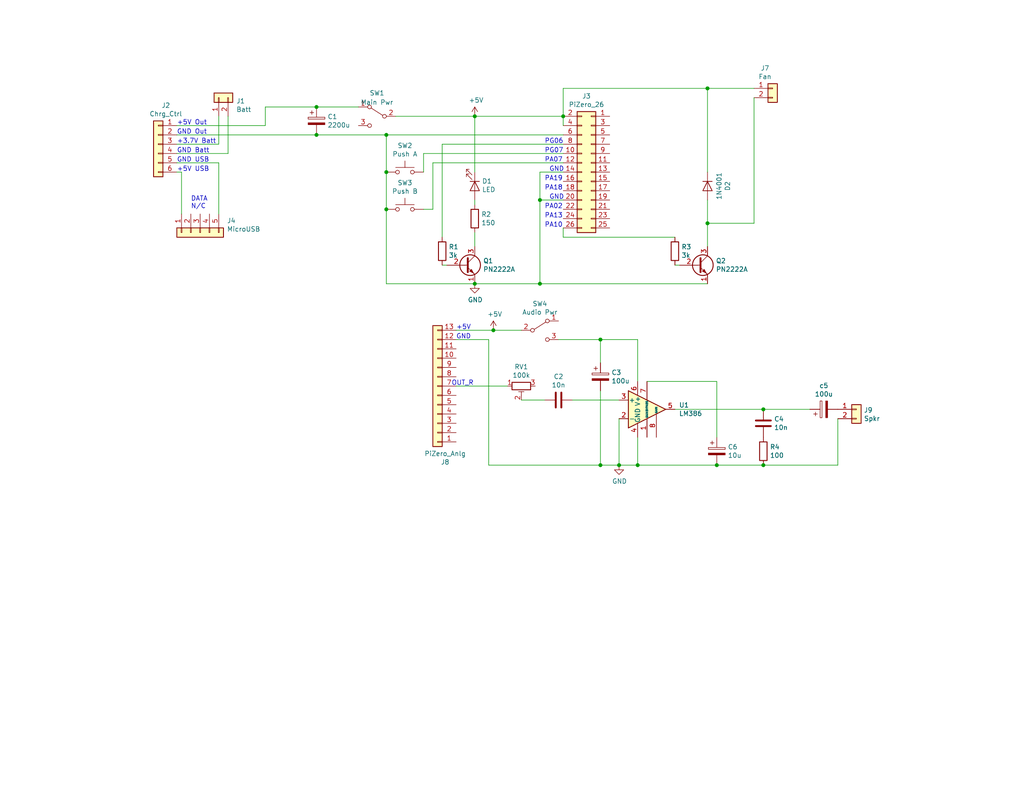
<source format=kicad_sch>
(kicad_sch (version 20211123) (generator eeschema)
  (paper "USLetter")
  (title_block (title "Wifi-Controlled Fan Daughterboard for OrangePi Zero") (date "2022-11-05") (rev "2") (company "Astoria High School Riverbots"))
  (lib_symbols
    (symbol "wifi-fan-rescue:+5V-power" (power) (pin_names (offset 0))
      (property "Value" "+5V-power" (at 0 3.556 0))
      (symbol "+5V-power_0_1"
        (polyline (pts (xy -0.762 1.27) (xy 0 2.54)))
        (polyline (pts (xy 0 0) (xy 0 2.54)))
        (polyline (pts (xy 0 2.54) (xy 0.762 1.27)))
      )
      (symbol "+5V-power_1_1"
        (pin power_in line (at 0 0 90) (length 0) hide (name "+5V") (number "1"))
      )
    )
    (symbol "wifi-fan-rescue:1N4001-Diode" (pin_numbers hide) (pin_names (offset 1.016) hide)
      (property "Reference" "D" (at 0 2.54 0))
      (property "Value" "1N4001-Diode" (at 0 -2.54 0))
      (symbol "1N4001-Diode_0_1"
        (polyline (pts (xy -1.27 1.27) (xy -1.27 -1.27)) (stroke (width 0.2032)))
        (polyline (pts (xy 1.27 0) (xy -1.27 0)))
        (polyline (pts (xy 1.27 1.27) (xy 1.27 -1.27) (xy -1.27 0) (xy 1.27 1.27)) (stroke (width 0.2032)))
      )
      (symbol "1N4001-Diode_1_1"
        (pin passive line (at -3.81 0 0) (length 2.54) (name "K") (number "1"))
        (pin passive line (at 3.81 0 180) (length 2.54) (name "A") (number "2"))
      )
    )
    (symbol "wifi-fan-rescue:C-Device" (pin_numbers hide) (pin_names (offset 0.254))
      (property "Reference" "C" (at 0.635 2.54 0))
      (property "Value" "C-Device" (at 0.635 -2.54 0))
      (symbol "C-Device_0_1"
        (polyline (pts (xy -2.032 -0.762) (xy 2.032 -0.762)) (stroke (width 0.508)))
        (polyline (pts (xy -2.032 0.762) (xy 2.032 0.762)) (stroke (width 0.508)))
      )
      (symbol "C-Device_1_1"
        (pin passive line (at 0 3.81 270) (length 2.794) (name "~") (number "1"))
        (pin passive line (at 0 -3.81 90) (length 2.794) (name "~") (number "2"))
      )
    )
    (symbol "wifi-fan-rescue:CP-Device" (pin_numbers hide) (pin_names (offset 0.254))
      (property "Reference" "C" (at 0.635 2.54 0))
      (property "Value" "CP-Device" (at 0.635 -2.54 0))
      (symbol "CP-Device_0_1"
        (rectangle (start -2.286 0.508) (end 2.286 1.016))
        (polyline (pts (xy -1.778 2.286) (xy -0.762 2.286)))
        (polyline (pts (xy -1.27 2.794) (xy -1.27 1.778)))
        (rectangle (start 2.286 -0.508) (end -2.286 -1.016) (fill (type outline)))
      )
      (symbol "CP-Device_1_1"
        (pin passive line (at 0 3.81 270) (length 2.794) (name "~") (number "1"))
        (pin passive line (at 0 -3.81 90) (length 2.794) (name "~") (number "2"))
      )
    )
    (symbol "wifi-fan-rescue:Conn_01x02-Connector_Generic" (pin_names (offset 1.016) hide)
      (property "Reference" "J" (at 0 2.54 0))
      (property "Value" "Conn_01x02-Connector_Generic" (at 0 -5.08 0))
      (symbol "Conn_01x02-Connector_Generic_1_1"
        (rectangle (start -1.27 -2.413) (end 0 -2.667) (stroke (width 0.1524)))
        (rectangle (start -1.27 0.127) (end 0 -0.127) (stroke (width 0.1524)))
        (rectangle (start -1.27 1.27) (end 1.27 -3.81) (stroke (width 0.254)) (fill (type background)))
        (pin passive line (at -5.08 0 0) (length 3.81) (name "Pin_1") (number "1"))
        (pin passive line (at -5.08 -2.54 0) (length 3.81) (name "Pin_2") (number "2"))
      )
    )
    (symbol "wifi-fan-rescue:Conn_01x05-Connector_Generic" (pin_names (offset 1.016) hide)
      (property "Reference" "J" (at 0 7.62 0))
      (property "Value" "Conn_01x05-Connector_Generic" (at 0 -7.62 0))
      (symbol "Conn_01x05-Connector_Generic_1_1"
        (rectangle (start -1.27 -4.953) (end 0 -5.207) (stroke (width 0.1524)))
        (rectangle (start -1.27 -2.413) (end 0 -2.667) (stroke (width 0.1524)))
        (rectangle (start -1.27 0.127) (end 0 -0.127) (stroke (width 0.1524)))
        (rectangle (start -1.27 2.667) (end 0 2.413) (stroke (width 0.1524)))
        (rectangle (start -1.27 5.207) (end 0 4.953) (stroke (width 0.1524)))
        (rectangle (start -1.27 6.35) (end 1.27 -6.35) (stroke (width 0.254)) (fill (type background)))
        (pin passive line (at -5.08 5.08 0) (length 3.81) (name "Pin_1") (number "1"))
        (pin passive line (at -5.08 2.54 0) (length 3.81) (name "Pin_2") (number "2"))
        (pin passive line (at -5.08 0 0) (length 3.81) (name "Pin_3") (number "3"))
        (pin passive line (at -5.08 -2.54 0) (length 3.81) (name "Pin_4") (number "4"))
        (pin passive line (at -5.08 -5.08 0) (length 3.81) (name "Pin_5") (number "5"))
      )
    )
    (symbol "wifi-fan-rescue:Conn_01x06-Connector_Generic" (pin_names (offset 1.016) hide)
      (property "Reference" "J" (at 0 7.62 0))
      (property "Value" "Conn_01x06-Connector_Generic" (at 0 -10.16 0))
      (symbol "Conn_01x06-Connector_Generic_1_1"
        (rectangle (start -1.27 -7.493) (end 0 -7.747) (stroke (width 0.1524)))
        (rectangle (start -1.27 -4.953) (end 0 -5.207) (stroke (width 0.1524)))
        (rectangle (start -1.27 -2.413) (end 0 -2.667) (stroke (width 0.1524)))
        (rectangle (start -1.27 0.127) (end 0 -0.127) (stroke (width 0.1524)))
        (rectangle (start -1.27 2.667) (end 0 2.413) (stroke (width 0.1524)))
        (rectangle (start -1.27 5.207) (end 0 4.953) (stroke (width 0.1524)))
        (rectangle (start -1.27 6.35) (end 1.27 -8.89) (stroke (width 0.254)) (fill (type background)))
        (pin passive line (at -5.08 5.08 0) (length 3.81) (name "Pin_1") (number "1"))
        (pin passive line (at -5.08 2.54 0) (length 3.81) (name "Pin_2") (number "2"))
        (pin passive line (at -5.08 0 0) (length 3.81) (name "Pin_3") (number "3"))
        (pin passive line (at -5.08 -2.54 0) (length 3.81) (name "Pin_4") (number "4"))
        (pin passive line (at -5.08 -5.08 0) (length 3.81) (name "Pin_5") (number "5"))
        (pin passive line (at -5.08 -7.62 0) (length 3.81) (name "Pin_6") (number "6"))
      )
    )
    (symbol "wifi-fan-rescue:Conn_01x13-Connector_Generic" (pin_names (offset 1.016) hide)
      (property "Reference" "J" (at 0 17.78 0))
      (property "Value" "Conn_01x13-Connector_Generic" (at 0 -17.78 0))
      (symbol "Conn_01x13-Connector_Generic_1_1"
        (rectangle (start -1.27 -15.113) (end 0 -15.367) (stroke (width 0.1524)))
        (rectangle (start -1.27 -12.573) (end 0 -12.827) (stroke (width 0.1524)))
        (rectangle (start -1.27 -10.033) (end 0 -10.287) (stroke (width 0.1524)))
        (rectangle (start -1.27 -7.493) (end 0 -7.747) (stroke (width 0.1524)))
        (rectangle (start -1.27 -4.953) (end 0 -5.207) (stroke (width 0.1524)))
        (rectangle (start -1.27 -2.413) (end 0 -2.667) (stroke (width 0.1524)))
        (rectangle (start -1.27 0.127) (end 0 -0.127) (stroke (width 0.1524)))
        (rectangle (start -1.27 2.667) (end 0 2.413) (stroke (width 0.1524)))
        (rectangle (start -1.27 5.207) (end 0 4.953) (stroke (width 0.1524)))
        (rectangle (start -1.27 7.747) (end 0 7.493) (stroke (width 0.1524)))
        (rectangle (start -1.27 10.287) (end 0 10.033) (stroke (width 0.1524)))
        (rectangle (start -1.27 12.827) (end 0 12.573) (stroke (width 0.1524)))
        (rectangle (start -1.27 15.367) (end 0 15.113) (stroke (width 0.1524)))
        (rectangle (start -1.27 16.51) (end 1.27 -16.51) (stroke (width 0.254)) (fill (type background)))
        (pin passive line (at -5.08 15.24 0) (length 3.81) (name "Pin_1") (number "1"))
        (pin passive line (at -5.08 -7.62 0) (length 3.81) (name "Pin_10") (number "10"))
        (pin passive line (at -5.08 -10.16 0) (length 3.81) (name "Pin_11") (number "11"))
        (pin passive line (at -5.08 -12.7 0) (length 3.81) (name "Pin_12") (number "12"))
        (pin passive line (at -5.08 -15.24 0) (length 3.81) (name "Pin_13") (number "13"))
        (pin passive line (at -5.08 12.7 0) (length 3.81) (name "Pin_2") (number "2"))
        (pin passive line (at -5.08 10.16 0) (length 3.81) (name "Pin_3") (number "3"))
        (pin passive line (at -5.08 7.62 0) (length 3.81) (name "Pin_4") (number "4"))
        (pin passive line (at -5.08 5.08 0) (length 3.81) (name "Pin_5") (number "5"))
        (pin passive line (at -5.08 2.54 0) (length 3.81) (name "Pin_6") (number "6"))
        (pin passive line (at -5.08 0 0) (length 3.81) (name "Pin_7") (number "7"))
        (pin passive line (at -5.08 -2.54 0) (length 3.81) (name "Pin_8") (number "8"))
        (pin passive line (at -5.08 -5.08 0) (length 3.81) (name "Pin_9") (number "9"))
      )
    )
    (symbol "wifi-fan-rescue:Conn_02x13_Odd_Even-Connector_Generic" (pin_names (offset 1.016) hide)
      (property "Reference" "J" (at 1.27 17.78 0))
      (property "Value" "Conn_02x13_Odd_Even-Connector_Generic" (at 1.27 -17.78 0))
      (symbol "Conn_02x13_Odd_Even-Connector_Generic_1_1"
        (rectangle (start -1.27 -15.113) (end 0 -15.367) (stroke (width 0.1524)))
        (rectangle (start -1.27 -12.573) (end 0 -12.827) (stroke (width 0.1524)))
        (rectangle (start -1.27 -10.033) (end 0 -10.287) (stroke (width 0.1524)))
        (rectangle (start -1.27 -7.493) (end 0 -7.747) (stroke (width 0.1524)))
        (rectangle (start -1.27 -4.953) (end 0 -5.207) (stroke (width 0.1524)))
        (rectangle (start -1.27 -2.413) (end 0 -2.667) (stroke (width 0.1524)))
        (rectangle (start -1.27 0.127) (end 0 -0.127) (stroke (width 0.1524)))
        (rectangle (start -1.27 2.667) (end 0 2.413) (stroke (width 0.1524)))
        (rectangle (start -1.27 5.207) (end 0 4.953) (stroke (width 0.1524)))
        (rectangle (start -1.27 7.747) (end 0 7.493) (stroke (width 0.1524)))
        (rectangle (start -1.27 10.287) (end 0 10.033) (stroke (width 0.1524)))
        (rectangle (start -1.27 12.827) (end 0 12.573) (stroke (width 0.1524)))
        (rectangle (start -1.27 15.367) (end 0 15.113) (stroke (width 0.1524)))
        (rectangle (start -1.27 16.51) (end 3.81 -16.51) (stroke (width 0.254)) (fill (type background)))
        (rectangle (start 3.81 -15.113) (end 2.54 -15.367) (stroke (width 0.1524)))
        (rectangle (start 3.81 -12.573) (end 2.54 -12.827) (stroke (width 0.1524)))
        (rectangle (start 3.81 -10.033) (end 2.54 -10.287) (stroke (width 0.1524)))
        (rectangle (start 3.81 -7.493) (end 2.54 -7.747) (stroke (width 0.1524)))
        (rectangle (start 3.81 -4.953) (end 2.54 -5.207) (stroke (width 0.1524)))
        (rectangle (start 3.81 -2.413) (end 2.54 -2.667) (stroke (width 0.1524)))
        (rectangle (start 3.81 0.127) (end 2.54 -0.127) (stroke (width 0.1524)))
        (rectangle (start 3.81 2.667) (end 2.54 2.413) (stroke (width 0.1524)))
        (rectangle (start 3.81 5.207) (end 2.54 4.953) (stroke (width 0.1524)))
        (rectangle (start 3.81 7.747) (end 2.54 7.493) (stroke (width 0.1524)))
        (rectangle (start 3.81 10.287) (end 2.54 10.033) (stroke (width 0.1524)))
        (rectangle (start 3.81 12.827) (end 2.54 12.573) (stroke (width 0.1524)))
        (rectangle (start 3.81 15.367) (end 2.54 15.113) (stroke (width 0.1524)))
        (pin passive line (at -5.08 15.24 0) (length 3.81) (name "Pin_1") (number "1"))
        (pin passive line (at 7.62 5.08 180) (length 3.81) (name "Pin_10") (number "10"))
        (pin passive line (at -5.08 2.54 0) (length 3.81) (name "Pin_11") (number "11"))
        (pin passive line (at 7.62 2.54 180) (length 3.81) (name "Pin_12") (number "12"))
        (pin passive line (at -5.08 0 0) (length 3.81) (name "Pin_13") (number "13"))
        (pin passive line (at 7.62 0 180) (length 3.81) (name "Pin_14") (number "14"))
        (pin passive line (at -5.08 -2.54 0) (length 3.81) (name "Pin_15") (number "15"))
        (pin passive line (at 7.62 -2.54 180) (length 3.81) (name "Pin_16") (number "16"))
        (pin passive line (at -5.08 -5.08 0) (length 3.81) (name "Pin_17") (number "17"))
        (pin passive line (at 7.62 -5.08 180) (length 3.81) (name "Pin_18") (number "18"))
        (pin passive line (at -5.08 -7.62 0) (length 3.81) (name "Pin_19") (number "19"))
        (pin passive line (at 7.62 15.24 180) (length 3.81) (name "Pin_2") (number "2"))
        (pin passive line (at 7.62 -7.62 180) (length 3.81) (name "Pin_20") (number "20"))
        (pin passive line (at -5.08 -10.16 0) (length 3.81) (name "Pin_21") (number "21"))
        (pin passive line (at 7.62 -10.16 180) (length 3.81) (name "Pin_22") (number "22"))
        (pin passive line (at -5.08 -12.7 0) (length 3.81) (name "Pin_23") (number "23"))
        (pin passive line (at 7.62 -12.7 180) (length 3.81) (name "Pin_24") (number "24"))
        (pin passive line (at -5.08 -15.24 0) (length 3.81) (name "Pin_25") (number "25"))
        (pin passive line (at 7.62 -15.24 180) (length 3.81) (name "Pin_26") (number "26"))
        (pin passive line (at -5.08 12.7 0) (length 3.81) (name "Pin_3") (number "3"))
        (pin passive line (at 7.62 12.7 180) (length 3.81) (name "Pin_4") (number "4"))
        (pin passive line (at -5.08 10.16 0) (length 3.81) (name "Pin_5") (number "5"))
        (pin passive line (at 7.62 10.16 180) (length 3.81) (name "Pin_6") (number "6"))
        (pin passive line (at -5.08 7.62 0) (length 3.81) (name "Pin_7") (number "7"))
        (pin passive line (at 7.62 7.62 180) (length 3.81) (name "Pin_8") (number "8"))
        (pin passive line (at -5.08 5.08 0) (length 3.81) (name "Pin_9") (number "9"))
      )
    )
    (symbol "wifi-fan-rescue:GND-power" (power) (pin_names (offset 0))
      (property "Value" "GND-power" (at 0 -3.81 0))
      (symbol "GND-power_0_1"
        (polyline (pts (xy 0 0) (xy 0 -1.27) (xy 1.27 -1.27) (xy 0 -2.54) (xy -1.27 -1.27) (xy 0 -1.27)))
      )
      (symbol "GND-power_1_1"
        (pin power_in line (at 0 0 270) (length 0) hide (name "GND") (number "1"))
      )
    )
    (symbol "wifi-fan-rescue:LED-Device" (pin_numbers hide) (pin_names (offset 1.016) hide)
      (property "Reference" "D" (at 0 2.54 0))
      (property "Value" "LED-Device" (at 0 -2.54 0))
      (symbol "LED-Device_0_1"
        (polyline (pts (xy -1.27 -1.27) (xy -1.27 1.27)) (stroke (width 0.2032)))
        (polyline (pts (xy -1.27 0) (xy 1.27 0)))
        (polyline (pts (xy 1.27 -1.27) (xy 1.27 1.27) (xy -1.27 0) (xy 1.27 -1.27)) (stroke (width 0.2032)))
        (polyline (pts (xy -3.048 -0.762) (xy -4.572 -2.286) (xy -3.81 -2.286) (xy -4.572 -2.286) (xy -4.572 -1.524)))
        (polyline (pts (xy -1.778 -0.762) (xy -3.302 -2.286) (xy -2.54 -2.286) (xy -3.302 -2.286) (xy -3.302 -1.524)))
      )
      (symbol "LED-Device_1_1"
        (pin passive line (at -3.81 0 0) (length 2.54) (name "K") (number "1"))
        (pin passive line (at 3.81 0 180) (length 2.54) (name "A") (number "2"))
      )
    )
    (symbol "wifi-fan-rescue:LM386-Amplifier_Audio" (pin_names (offset 0.127))
      (property "Reference" "U" (at 1.27 7.62 0))
      (property "Value" "LM386-Amplifier_Audio" (at 1.27 5.08 0))
      (symbol "LM386-Amplifier_Audio_0_1"
        (polyline (pts (xy 5.08 0) (xy -5.08 5.08) (xy -5.08 -5.08) (xy 5.08 0)) (stroke (width 0.254)) (fill (type background)))
      )
      (symbol "LM386-Amplifier_Audio_1_1"
        (pin input line (at 0 -7.62 90) (length 5.08) (name "GAIN") (number "1"))
        (pin input line (at -7.62 -2.54 0) (length 2.54) (name "-") (number "2"))
        (pin input line (at -7.62 2.54 0) (length 2.54) (name "+") (number "3"))
        (pin power_in line (at -2.54 -7.62 90) (length 3.81) (name "GND") (number "4"))
        (pin output line (at 7.62 0 180) (length 2.54) (name "~") (number "5"))
        (pin power_in line (at -2.54 7.62 270) (length 3.81) (name "V+") (number "6"))
        (pin input line (at 0 7.62 270) (length 5.08) (name "BYPASS") (number "7"))
        (pin input line (at 2.54 -7.62 90) (length 6.35) (name "GAIN") (number "8"))
      )
    )
    (symbol "wifi-fan-rescue:PN2222A-Transistor_BJT" (pin_names (offset 0) hide)
      (property "Reference" "Q" (at 5.08 1.905 0))
      (property "Value" "PN2222A-Transistor_BJT" (at 5.08 0 0))
      (symbol "PN2222A-Transistor_BJT_0_1"
        (polyline (pts (xy 0 0) (xy 0.635 0)))
        (polyline (pts (xy 2.54 -2.54) (xy 0.635 -0.635)))
        (polyline (pts (xy 2.54 2.54) (xy 0.635 0.635)))
        (polyline (pts (xy 0.635 1.905) (xy 0.635 -1.905) (xy 0.635 -1.905)) (stroke (width 0.508)))
        (polyline (pts (xy 2.413 -2.413) (xy 1.905 -1.905) (xy 1.905 -1.905)))
        (polyline (pts (xy 1.143 -1.651) (xy 1.651 -1.143) (xy 2.159 -2.159) (xy 1.143 -1.651) (xy 1.143 -1.651)) (fill (type outline)))
        (circle (center 1.27 0) (radius 2.8194) (stroke (width 0.254)))
      )
      (symbol "PN2222A-Transistor_BJT_1_1"
        (pin passive line (at 2.54 -5.08 90) (length 2.54) (name "E") (number "1"))
        (pin input line (at -5.08 0 0) (length 5.08) (name "B") (number "2"))
        (pin passive line (at 2.54 5.08 270) (length 2.54) (name "C") (number "3"))
      )
    )
    (symbol "wifi-fan-rescue:R-Device" (pin_numbers hide) (pin_names (offset 0))
      (property "Reference" "R" (at 2.032 0 90))
      (property "Value" "R-Device" (at 0 0 90))
      (symbol "R-Device_0_1"
        (rectangle (start -1.016 -2.54) (end 1.016 2.54) (stroke (width 0.254)))
      )
      (symbol "R-Device_1_1"
        (pin passive line (at 0 3.81 270) (length 1.27) (name "~") (number "1"))
        (pin passive line (at 0 -3.81 90) (length 1.27) (name "~") (number "2"))
      )
    )
    (symbol "wifi-fan-rescue:R_POT_TRIM-Device" (pin_names (offset 1.016) hide)
      (property "Reference" "RV" (at -4.445 0 90))
      (property "Value" "R_POT_TRIM-Device" (at -2.54 0 90))
      (symbol "R_POT_TRIM-Device_0_1"
        (polyline (pts (xy 1.524 0.762) (xy 1.524 -0.762)))
        (polyline (pts (xy 2.54 0) (xy 1.524 0)))
        (rectangle (start 1.016 2.54) (end -1.016 -2.54) (stroke (width 0.254)))
      )
      (symbol "R_POT_TRIM-Device_1_1"
        (pin passive line (at 0 3.81 270) (length 1.27) (name "1") (number "1"))
        (pin passive line (at 3.81 0 180) (length 1.27) (name "2") (number "2"))
        (pin passive line (at 0 -3.81 90) (length 1.27) (name "3") (number "3"))
      )
    )
    (symbol "wifi-fan-rescue:SW_Push-Switch" (pin_numbers hide) (pin_names (offset 1.016) hide)
      (property "Reference" "SW" (at 1.27 2.54 0))
      (property "Value" "SW_Push-Switch" (at 0 -1.524 0))
      (symbol "SW_Push-Switch_0_1"
        (circle (center -2.032 0) (radius 0.508))
        (polyline (pts (xy 0 1.27) (xy 0 3.048)))
        (polyline (pts (xy 2.54 1.27) (xy -2.54 1.27)))
        (circle (center 2.032 0) (radius 0.508))
        (pin passive line (at -5.08 0 0) (length 2.54) (name "1") (number "1"))
        (pin passive line (at 5.08 0 180) (length 2.54) (name "2") (number "2"))
      )
    )
    (symbol "wifi-fan-rescue:SW_SPDT-Switch" (pin_names (offset 0) hide)
      (property "Reference" "SW" (at 0 4.318 0))
      (property "Value" "SW_SPDT-Switch" (at 0 -5.08 0))
      (symbol "SW_SPDT-Switch_0_0"
        (circle (center -2.032 0) (radius 0.508))
        (circle (center 2.032 -2.54) (radius 0.508))
      )
      (symbol "SW_SPDT-Switch_0_1"
        (polyline (pts (xy -1.524 0.254) (xy 1.651 2.286)))
        (circle (center 2.032 2.54) (radius 0.508))
      )
      (symbol "SW_SPDT-Switch_1_1"
        (pin passive line (at 5.08 2.54 180) (length 2.54) (name "A") (number "1"))
        (pin passive line (at -5.08 0 0) (length 2.54) (name "B") (number "2"))
        (pin passive line (at 5.08 -2.54 180) (length 2.54) (name "C") (number "3"))
      )
    )
  )
  (junction (at 105.41 57.15))
  (junction (at 208.28 111.76))
  (junction (at 147.32 54.61))
  (junction (at 193.04 60.96))
  (junction (at 208.28 127))
  (junction (at 153.67 31.75))
  (junction (at 195.58 127))
  (junction (at 129.54 77.47))
  (junction (at 134.62 90.17))
  (junction (at 163.83 92.71))
  (junction (at 86.36 36.83))
  (junction (at 168.91 127))
  (junction (at 105.41 46.99))
  (junction (at 86.36 29.21))
  (junction (at 105.41 36.83))
  (junction (at 147.32 77.47))
  (junction (at 129.54 31.75))
  (junction (at 173.99 127))
  (junction (at 193.04 24.13))
  (junction (at 163.83 127))
  (wire (pts (xy 86.36 29.21) (xy 72.39 29.21)))
  (wire (pts (xy 147.32 54.61) (xy 147.32 77.47)))
  (wire (pts (xy 120.65 39.37) (xy 153.67 39.37)))
  (wire (pts (xy 134.62 90.17) (xy 142.24 90.17)))
  (wire (pts (xy 105.41 36.83) (xy 153.67 36.83)))
  (wire (pts (xy 147.32 54.61) (xy 153.67 54.61)))
  (wire (pts (xy 118.11 57.15) (xy 115.57 57.15)))
  (wire (pts (xy 48.26 34.29) (xy 72.39 34.29)))
  (wire (pts (xy 152.4 92.71) (xy 163.83 92.71)))
  (wire (pts (xy 105.41 77.47) (xy 129.54 77.47)))
  (wire (pts (xy 163.83 106.68) (xy 163.83 127)))
  (wire (pts (xy 115.57 41.91) (xy 153.67 41.91)))
  (wire (pts (xy 105.41 46.99) (xy 105.41 57.15)))
  (wire (pts (xy 48.26 44.45) (xy 59.69 44.45)))
  (wire (pts (xy 173.99 92.71) (xy 173.99 104.14)))
  (wire (pts (xy 48.26 36.83) (xy 86.36 36.83)))
  (wire (pts (xy 156.21 109.22) (xy 168.91 109.22)))
  (wire (pts (xy 228.6 127) (xy 228.6 114.3)))
  (wire (pts (xy 195.58 119.38) (xy 195.58 104.14)))
  (wire (pts (xy 129.54 31.75) (xy 153.67 31.75)))
  (wire (pts (xy 193.04 60.96) (xy 193.04 67.31)))
  (wire (pts (xy 118.11 57.15) (xy 118.11 44.45)))
  (wire (pts (xy 124.46 90.17) (xy 134.62 90.17)))
  (wire (pts (xy 105.41 36.83) (xy 105.41 46.99)))
  (wire (pts (xy 193.04 77.47) (xy 147.32 77.47)))
  (wire (pts (xy 184.15 111.76) (xy 208.28 111.76)))
  (wire (pts (xy 208.28 127) (xy 228.6 127)))
  (wire (pts (xy 147.32 46.99) (xy 153.67 46.99)))
  (wire (pts (xy 205.74 26.67) (xy 205.74 60.96)))
  (wire (pts (xy 59.69 44.45) (xy 59.69 58.42)))
  (wire (pts (xy 120.65 39.37) (xy 120.65 64.77)))
  (wire (pts (xy 163.83 92.71) (xy 163.83 99.06)))
  (wire (pts (xy 173.99 92.71) (xy 163.83 92.71)))
  (wire (pts (xy 124.46 105.41) (xy 138.43 105.41)))
  (wire (pts (xy 205.74 60.96) (xy 193.04 60.96)))
  (wire (pts (xy 153.67 24.13) (xy 193.04 24.13)))
  (wire (pts (xy 142.24 109.22) (xy 148.59 109.22)))
  (wire (pts (xy 193.04 24.13) (xy 205.74 24.13)))
  (wire (pts (xy 195.58 127) (xy 208.28 127)))
  (wire (pts (xy 107.95 31.75) (xy 129.54 31.75)))
  (wire (pts (xy 168.91 114.3) (xy 168.91 127)))
  (wire (pts (xy 173.99 119.38) (xy 173.99 127)))
  (wire (pts (xy 86.36 36.83) (xy 105.41 36.83)))
  (wire (pts (xy 121.92 72.39) (xy 120.65 72.39)))
  (wire (pts (xy 220.98 111.76) (xy 208.28 111.76)))
  (wire (pts (xy 49.53 58.42) (xy 49.53 46.99)))
  (wire (pts (xy 168.91 127) (xy 163.83 127)))
  (wire (pts (xy 97.79 29.21) (xy 86.36 29.21)))
  (wire (pts (xy 105.41 57.15) (xy 105.41 77.47)))
  (wire (pts (xy 195.58 104.14) (xy 176.53 104.14)))
  (wire (pts (xy 48.26 41.91) (xy 62.23 41.91)))
  (wire (pts (xy 153.67 31.75) (xy 153.67 24.13)))
  (wire (pts (xy 124.46 92.71) (xy 133.35 92.71)))
  (wire (pts (xy 193.04 24.13) (xy 193.04 46.99)))
  (wire (pts (xy 49.53 46.99) (xy 48.26 46.99)))
  (wire (pts (xy 133.35 92.71) (xy 133.35 127)))
  (wire (pts (xy 59.69 31.75) (xy 59.69 39.37)))
  (wire (pts (xy 153.67 34.29) (xy 153.67 31.75)))
  (wire (pts (xy 129.54 54.61) (xy 129.54 55.88)))
  (wire (pts (xy 153.67 64.77) (xy 184.15 64.77)))
  (wire (pts (xy 118.11 44.45) (xy 153.67 44.45)))
  (wire (pts (xy 173.99 127) (xy 168.91 127)))
  (wire (pts (xy 72.39 29.21) (xy 72.39 34.29)))
  (wire (pts (xy 62.23 41.91) (xy 62.23 31.75)))
  (wire (pts (xy 129.54 46.99) (xy 129.54 31.75)))
  (wire (pts (xy 173.99 127) (xy 195.58 127)))
  (wire (pts (xy 129.54 67.31) (xy 129.54 63.5)))
  (wire (pts (xy 129.54 77.47) (xy 147.32 77.47)))
  (wire (pts (xy 153.67 62.23) (xy 153.67 64.77)))
  (wire (pts (xy 133.35 127) (xy 163.83 127)))
  (wire (pts (xy 193.04 54.61) (xy 193.04 60.96)))
  (wire (pts (xy 185.42 72.39) (xy 184.15 72.39)))
  (wire (pts (xy 147.32 46.99) (xy 147.32 54.61)))
  (wire (pts (xy 115.57 41.91) (xy 115.57 46.99)))
  (wire (pts (xy 48.26 39.37) (xy 59.69 39.37)))
  (text "PA07" (at 148.59 44.45 0) (effects (font (size 1.27 1.27)) (justify left bottom)))
  (text "DATA\nN/C" (at 52.07 57.15 0) (effects (font (size 1.27 1.27)) (justify left bottom)))
  (text "GND" (at 149.86 46.99 0) (effects (font (size 1.27 1.27)) (justify left bottom)))
  (text "GND" (at 124.46 92.71 0) (effects (font (size 1.27 1.27)) (justify left bottom)))
  (text "+3.7V Batt" (at 48.26 39.37 0) (effects (font (size 1.27 1.27)) (justify left bottom)))
  (text "PA13" (at 148.59 59.69 0) (effects (font (size 1.27 1.27)) (justify left bottom)))
  (text "PG07" (at 148.59 41.91 0) (effects (font (size 1.27 1.27)) (justify left bottom)))
  (text "+5V" (at 124.46 90.17 0) (effects (font (size 1.27 1.27)) (justify left bottom)))
  (text "GND" (at 149.86 54.61 0) (effects (font (size 1.27 1.27)) (justify left bottom)))
  (text "+5V USB" (at 48.26 46.99 0) (effects (font (size 1.27 1.27)) (justify left bottom)))
  (text "GND Batt" (at 48.26 41.91 0) (effects (font (size 1.27 1.27)) (justify left bottom)))
  (text "GND Out" (at 48.26 36.83 0) (effects (font (size 1.27 1.27)) (justify left bottom)))
  (text "PA10" (at 148.59 62.23 0) (effects (font (size 1.27 1.27)) (justify left bottom)))
  (text "PA02" (at 148.59 57.15 0) (effects (font (size 1.27 1.27)) (justify left bottom)))
  (text "PA19" (at 148.59 49.53 0) (effects (font (size 1.27 1.27)) (justify left bottom)))
  (text "GND USB" (at 48.26 44.45 0) (effects (font (size 1.27 1.27)) (justify left bottom)))
  (text "OUT_R" (at 123.19 105.41 0) (effects (font (size 1.27 1.27)) (justify left bottom)))
  (text "+5V Out" (at 48.26 34.29 0) (effects (font (size 1.27 1.27)) (justify left bottom)))
  (text "PG06" (at 148.59 39.37 0) (effects (font (size 1.27 1.27)) (justify left bottom)))
  (text "PA18" (at 148.59 52.07 0) (effects (font (size 1.27 1.27)) (justify left bottom)))
  (symbol (lib_id "wifi-fan-rescue:Conn_01x02-Connector_Generic") (at 59.69 26.67 90) (unit 1)
    (property "Reference" "J1" (at 64.4652 27.5844 90) (effects (justify right)))
    (property "Value" "Batt" (at 64.4652 29.8958 90) (effects (justify right)))
    (property "Footprint" "Connector_PinHeader_2.54mm:PinHeader_1x02_P2.54mm_Vertical" (effects hide))
  )
  (symbol (lib_id "wifi-fan-rescue:Conn_01x06-Connector_Generic") (at 43.18 39.37 0) (mirror y) (unit 1)
    (property "Reference" "J2" (at 45.2628 28.7782 0))
    (property "Value" "Chrg_Ctrl" (at 45.2628 31.0896 0))
    (property "Footprint" "Connector_PinHeader_2.54mm:PinHeader_1x06_P2.54mm_Vertical" (effects hide))
  )
  (symbol (lib_id "wifi-fan-rescue:Conn_02x13_Odd_Even-Connector_Generic") (at 161.29 46.99 0) (mirror y) (unit 1)
    (property "Reference" "J3" (at 160.02 26.2382 0))
    (property "Value" "PiZero_26" (at 160.02 28.5496 0))
    (property "Footprint" "Connector_PinHeader_2.54mm:PinHeader_2x13_P2.54mm_Vertical" (effects hide))
  )
  (symbol (lib_id "wifi-fan-rescue:Conn_01x05-Connector_Generic") (at 54.61 63.5 90) (mirror x) (unit 1)
    (property "Reference" "J4" (at 61.9252 60.2488 90) (effects (justify right)))
    (property "Value" "MicroUSB" (at 61.9252 62.5602 90) (effects (justify right)))
    (property "Footprint" "Connector_PinHeader_2.54mm:PinHeader_1x05_P2.54mm_Vertical" (effects hide))
  )
  (symbol (lib_id "wifi-fan-rescue:+5V-power") (at 129.54 31.75 0) (unit 1)
    (property "Reference" "#PWR0101" (effects hide))
    (property "Value" "+5V" (at 129.921 27.3558 0))
  )
  (symbol (lib_id "wifi-fan-rescue:SW_SPDT-Switch") (at 102.87 31.75 0) (mirror y) (unit 1)
    (property "Reference" "SW1" (at 102.87 25.4 0))
    (property "Value" "Main Pwr" (at 102.87 27.94 0))
    (property "Footprint" "SS12D00G3:SS12D00G3" (effects hide))
  )
  (symbol (lib_id "wifi-fan-rescue:SW_Push-Switch") (at 110.49 46.99 0) (unit 1)
    (property "Reference" "SW2" (at 110.49 39.751 0))
    (property "Value" "Push A" (at 110.49 42.0624 0))
    (property "Footprint" "Button_Switch_THT:SW_PUSH_6mm" (effects hide))
  )
  (symbol (lib_id "wifi-fan-rescue:SW_Push-Switch") (at 110.49 57.15 0) (unit 1)
    (property "Reference" "SW3" (at 110.49 49.911 0))
    (property "Value" "Push B" (at 110.49 52.2224 0))
    (property "Footprint" "Button_Switch_THT:SW_PUSH_6mm" (effects hide))
  )
  (symbol (lib_id "wifi-fan-rescue:R-Device") (at 120.65 68.58 0) (unit 1)
    (property "Reference" "R1" (at 122.428 67.4116 0) (effects (justify left)))
    (property "Value" "3k" (at 122.428 69.723 0) (effects (justify left)))
    (property "Footprint" "Resistor_THT:R_Axial_DIN0207_L6.3mm_D2.5mm_P7.62mm_Horizontal" (effects hide))
  )
  (symbol (lib_id "wifi-fan-rescue:PN2222A-Transistor_BJT") (at 127 72.39 0) (unit 1)
    (property "Reference" "Q1" (at 131.826 71.2216 0) (effects (justify left)))
    (property "Value" "PN2222A" (at 131.826 73.533 0) (effects (justify left)))
    (property "Footprint" "Package_TO_SOT_THT:TO-92_Inline" (effects hide))
    (property "Datasheet" "http://www.fairchildsemi.com/ds/PN/PN2222A.pdf" (effects hide))
  )
  (symbol (lib_id "wifi-fan-rescue:R-Device") (at 129.54 59.69 0) (unit 1)
    (property "Reference" "R2" (at 131.318 58.5216 0) (effects (justify left)))
    (property "Value" "150" (at 131.318 60.833 0) (effects (justify left)))
    (property "Footprint" "Resistor_THT:R_Axial_DIN0207_L6.3mm_D2.5mm_P7.62mm_Horizontal" (effects hide))
  )
  (symbol (lib_id "wifi-fan-rescue:LED-Device") (at 129.54 50.8 270) (unit 1)
    (property "Reference" "D1" (at 131.5212 49.4538 90) (effects (justify left)))
    (property "Value" "LED" (at 131.5212 51.7652 90) (effects (justify left)))
    (property "Footprint" "LED_THT:LED_D5.0mm" (effects hide))
  )
  (symbol (lib_id "wifi-fan-rescue:GND-power") (at 129.54 77.47 0) (unit 1)
    (property "Reference" "#PWR0102" (effects hide))
    (property "Value" "GND" (at 129.667 81.8642 0))
  )
  (symbol (lib_id "wifi-fan-rescue:CP-Device") (at 86.36 33.02 0) (unit 1)
    (property "Reference" "C1" (at 89.3572 31.8516 0) (effects (justify left)))
    (property "Value" "2200u" (at 89.3572 34.163 0) (effects (justify left)))
    (property "Footprint" "Capacitor_THT:CP_Radial_D10.0mm_P2.50mm" (effects hide))
  )
  (symbol (lib_id "wifi-fan-rescue:Conn_01x02-Connector_Generic") (at 210.82 24.13 0) (unit 1)
    (property "Reference" "J7" (at 208.7372 18.6182 0))
    (property "Value" "Fan" (at 208.7372 20.9296 0))
    (property "Footprint" "Connector_PinHeader_2.54mm:PinHeader_1x02_P2.54mm_Vertical" (effects hide))
  )
  (symbol (lib_id "wifi-fan-rescue:1N4001-Diode") (at 193.04 50.8 270) (unit 1)
    (property "Reference" "D2" (at 198.5264 50.8 0))
    (property "Value" "1N4001" (at 196.215 50.8 0))
    (property "Footprint" "Diode_THT:D_DO-41_SOD81_P10.16mm_Horizontal" (effects hide))
    (property "Datasheet" "http://www.vishay.com/docs/88503/1n4001.pdf" (effects hide))
  )
  (symbol (lib_id "wifi-fan-rescue:Conn_01x13-Connector_Generic") (at 119.38 105.41 180) (unit 1)
    (property "Reference" "J8" (at 121.4628 126.1618 0))
    (property "Value" "PiZero_Anlg" (at 121.4628 123.8504 0))
    (property "Footprint" "Connector_PinHeader_2.54mm:PinHeader_1x13_P2.54mm_Vertical" (effects hide))
  )
  (symbol (lib_id "wifi-fan-rescue:Conn_01x02-Connector_Generic") (at 233.68 111.76 0) (unit 1)
    (property "Reference" "J9" (at 235.712 111.9632 0) (effects (justify left)))
    (property "Value" "Spkr" (at 235.712 114.2746 0) (effects (justify left)))
    (property "Footprint" "Connector_PinHeader_2.54mm:PinHeader_1x02_P2.54mm_Vertical" (effects hide))
  )
  (symbol (lib_id "wifi-fan-rescue:LM386-Amplifier_Audio") (at 176.53 111.76 0) (unit 1)
    (property "Reference" "U1" (at 185.2676 110.5916 0) (effects (justify left)))
    (property "Value" "LM386" (at 185.2676 112.903 0) (effects (justify left)))
    (property "Footprint" "Package_DIP:DIP-8_W7.62mm" (effects hide))
    (property "Datasheet" "http://www.ti.com/lit/ds/symlink/lm386.pdf" (effects hide))
  )
  (symbol (lib_id "wifi-fan-rescue:R_POT_TRIM-Device") (at 142.24 105.41 90) (mirror x) (unit 1)
    (property "Reference" "RV1" (at 142.24 100.1522 90))
    (property "Value" "100k" (at 142.24 102.4636 90))
    (property "Footprint" "Potentiometer_THT:Potentiometer_Runtron_RM-065_Vertical" (effects hide))
  )
  (symbol (lib_id "wifi-fan-rescue:C-Device") (at 152.4 109.22 90) (unit 1)
    (property "Reference" "C2" (at 152.4 102.8192 90))
    (property "Value" "10n" (at 152.4 105.1306 90))
    (property "Footprint" "Capacitor_THT:C_Disc_D5.0mm_W2.5mm_P2.50mm" (effects hide))
  )
  (symbol (lib_id "wifi-fan-rescue:GND-power") (at 168.91 127 0) (unit 1)
    (property "Reference" "#PWR0103" (effects hide))
    (property "Value" "GND" (at 169.037 131.3942 0))
  )
  (symbol (lib_id "wifi-fan-rescue:+5V-power") (at 134.62 90.17 0) (unit 1)
    (property "Reference" "#PWR0104" (effects hide))
    (property "Value" "+5V" (at 135.001 85.7758 0))
  )
  (symbol (lib_id "wifi-fan-rescue:CP-Device") (at 163.83 102.87 0) (unit 1)
    (property "Reference" "C3" (at 166.8272 101.7016 0) (effects (justify left)))
    (property "Value" "100u" (at 166.8272 104.013 0) (effects (justify left)))
    (property "Footprint" "Capacitor_THT:CP_Radial_D10.0mm_P2.50mm" (effects hide))
  )
  (symbol (lib_id "wifi-fan-rescue:C-Device") (at 208.28 115.57 0) (unit 1)
    (property "Reference" "C4" (at 211.201 114.4016 0) (effects (justify left)))
    (property "Value" "10n" (at 211.201 116.713 0) (effects (justify left)))
    (property "Footprint" "Capacitor_THT:C_Disc_D5.0mm_W2.5mm_P2.50mm" (effects hide))
  )
  (symbol (lib_id "wifi-fan-rescue:R-Device") (at 208.28 123.19 0) (unit 1)
    (property "Reference" "R4" (at 210.058 122.0216 0) (effects (justify left)))
    (property "Value" "100" (at 210.058 124.333 0) (effects (justify left)))
    (property "Footprint" "Resistor_THT:R_Axial_DIN0207_L6.3mm_D2.5mm_P7.62mm_Horizontal" (effects hide))
  )
  (symbol (lib_id "wifi-fan-rescue:CP-Device") (at 224.79 111.76 90) (unit 1)
    (property "Reference" "c5" (at 224.79 105.283 90))
    (property "Value" "100u" (at 224.79 107.5944 90))
    (property "Footprint" "Capacitor_THT:CP_Radial_D10.0mm_P2.50mm" (effects hide))
  )
  (symbol (lib_id "wifi-fan-rescue:CP-Device") (at 195.58 123.19 0) (unit 1)
    (property "Reference" "C6" (at 198.5772 122.0216 0) (effects (justify left)))
    (property "Value" "10u" (at 198.5772 124.333 0) (effects (justify left)))
    (property "Footprint" "Capacitor_THT:CP_Radial_D7.5mm_P2.50mm" (effects hide))
  )
  (symbol (lib_id "wifi-fan-rescue:SW_SPDT-Switch") (at 147.32 90.17 0) (unit 1)
    (property "Reference" "SW4" (at 147.32 82.931 0))
    (property "Value" "Audio Pwr" (at 147.32 85.2424 0))
    (property "Footprint" "SS12D00G3:SS12D00G3" (effects hide))
  )
  (symbol (lib_id "wifi-fan-rescue:R-Device") (at 184.15 68.58 0) (unit 1)
    (property "Reference" "R3" (at 185.928 67.4116 0) (effects (justify left)))
    (property "Value" "3k" (at 185.928 69.723 0) (effects (justify left)))
    (property "Footprint" "Resistor_THT:R_Axial_DIN0207_L6.3mm_D2.5mm_P7.62mm_Horizontal" (effects hide))
  )
  (symbol (lib_id "wifi-fan-rescue:PN2222A-Transistor_BJT") (at 190.5 72.39 0) (unit 1)
    (property "Reference" "Q2" (at 195.326 71.2216 0) (effects (justify left)))
    (property "Value" "PN2222A" (at 195.326 73.533 0) (effects (justify left)))
    (property "Footprint" "Package_TO_SOT_THT:TO-92_Inline" (effects hide))
    (property "Datasheet" "http://www.fairchildsemi.com/ds/PN/PN2222A.pdf" (effects hide))
  )
)
</source>
